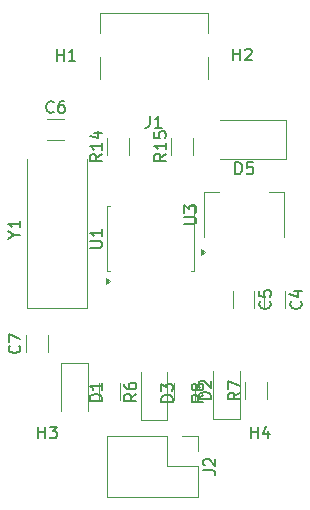
<source format=gbr>
%TF.GenerationSoftware,KiCad,Pcbnew,8.0.0*%
%TF.CreationDate,2026-01-12T19:07:33+05:30*%
%TF.ProjectId,PICKit_Clone_KiCAD,5049434b-6974-45f4-936c-6f6e655f4b69,1.0*%
%TF.SameCoordinates,Original*%
%TF.FileFunction,Legend,Top*%
%TF.FilePolarity,Positive*%
%FSLAX46Y46*%
G04 Gerber Fmt 4.6, Leading zero omitted, Abs format (unit mm)*
G04 Created by KiCad (PCBNEW 8.0.0) date 2026-01-12 19:07:33*
%MOMM*%
%LPD*%
G01*
G04 APERTURE LIST*
%ADD10C,0.150000*%
%ADD11C,0.120000*%
G04 APERTURE END LIST*
D10*
X137523333Y-77089580D02*
X137475714Y-77137200D01*
X137475714Y-77137200D02*
X137332857Y-77184819D01*
X137332857Y-77184819D02*
X137237619Y-77184819D01*
X137237619Y-77184819D02*
X137094762Y-77137200D01*
X137094762Y-77137200D02*
X136999524Y-77041961D01*
X136999524Y-77041961D02*
X136951905Y-76946723D01*
X136951905Y-76946723D02*
X136904286Y-76756247D01*
X136904286Y-76756247D02*
X136904286Y-76613390D01*
X136904286Y-76613390D02*
X136951905Y-76422914D01*
X136951905Y-76422914D02*
X136999524Y-76327676D01*
X136999524Y-76327676D02*
X137094762Y-76232438D01*
X137094762Y-76232438D02*
X137237619Y-76184819D01*
X137237619Y-76184819D02*
X137332857Y-76184819D01*
X137332857Y-76184819D02*
X137475714Y-76232438D01*
X137475714Y-76232438D02*
X137523333Y-76280057D01*
X138380476Y-76184819D02*
X138190000Y-76184819D01*
X138190000Y-76184819D02*
X138094762Y-76232438D01*
X138094762Y-76232438D02*
X138047143Y-76280057D01*
X138047143Y-76280057D02*
X137951905Y-76422914D01*
X137951905Y-76422914D02*
X137904286Y-76613390D01*
X137904286Y-76613390D02*
X137904286Y-76994342D01*
X137904286Y-76994342D02*
X137951905Y-77089580D01*
X137951905Y-77089580D02*
X137999524Y-77137200D01*
X137999524Y-77137200D02*
X138094762Y-77184819D01*
X138094762Y-77184819D02*
X138285238Y-77184819D01*
X138285238Y-77184819D02*
X138380476Y-77137200D01*
X138380476Y-77137200D02*
X138428095Y-77089580D01*
X138428095Y-77089580D02*
X138475714Y-76994342D01*
X138475714Y-76994342D02*
X138475714Y-76756247D01*
X138475714Y-76756247D02*
X138428095Y-76661009D01*
X138428095Y-76661009D02*
X138380476Y-76613390D01*
X138380476Y-76613390D02*
X138285238Y-76565771D01*
X138285238Y-76565771D02*
X138094762Y-76565771D01*
X138094762Y-76565771D02*
X137999524Y-76613390D01*
X137999524Y-76613390D02*
X137951905Y-76661009D01*
X137951905Y-76661009D02*
X137904286Y-76756247D01*
X136238095Y-104754819D02*
X136238095Y-103754819D01*
X136238095Y-104231009D02*
X136809523Y-104231009D01*
X136809523Y-104754819D02*
X136809523Y-103754819D01*
X137190476Y-103754819D02*
X137809523Y-103754819D01*
X137809523Y-103754819D02*
X137476190Y-104135771D01*
X137476190Y-104135771D02*
X137619047Y-104135771D01*
X137619047Y-104135771D02*
X137714285Y-104183390D01*
X137714285Y-104183390D02*
X137761904Y-104231009D01*
X137761904Y-104231009D02*
X137809523Y-104326247D01*
X137809523Y-104326247D02*
X137809523Y-104564342D01*
X137809523Y-104564342D02*
X137761904Y-104659580D01*
X137761904Y-104659580D02*
X137714285Y-104707200D01*
X137714285Y-104707200D02*
X137619047Y-104754819D01*
X137619047Y-104754819D02*
X137333333Y-104754819D01*
X137333333Y-104754819D02*
X137238095Y-104707200D01*
X137238095Y-104707200D02*
X137190476Y-104659580D01*
X150824819Y-101408094D02*
X149824819Y-101408094D01*
X149824819Y-101408094D02*
X149824819Y-101169999D01*
X149824819Y-101169999D02*
X149872438Y-101027142D01*
X149872438Y-101027142D02*
X149967676Y-100931904D01*
X149967676Y-100931904D02*
X150062914Y-100884285D01*
X150062914Y-100884285D02*
X150253390Y-100836666D01*
X150253390Y-100836666D02*
X150396247Y-100836666D01*
X150396247Y-100836666D02*
X150586723Y-100884285D01*
X150586723Y-100884285D02*
X150681961Y-100931904D01*
X150681961Y-100931904D02*
X150777200Y-101027142D01*
X150777200Y-101027142D02*
X150824819Y-101169999D01*
X150824819Y-101169999D02*
X150824819Y-101408094D01*
X149920057Y-100455713D02*
X149872438Y-100408094D01*
X149872438Y-100408094D02*
X149824819Y-100312856D01*
X149824819Y-100312856D02*
X149824819Y-100074761D01*
X149824819Y-100074761D02*
X149872438Y-99979523D01*
X149872438Y-99979523D02*
X149920057Y-99931904D01*
X149920057Y-99931904D02*
X150015295Y-99884285D01*
X150015295Y-99884285D02*
X150110533Y-99884285D01*
X150110533Y-99884285D02*
X150253390Y-99931904D01*
X150253390Y-99931904D02*
X150824819Y-100503332D01*
X150824819Y-100503332D02*
X150824819Y-99884285D01*
X134208628Y-87506190D02*
X134684819Y-87506190D01*
X133684819Y-87839523D02*
X134208628Y-87506190D01*
X134208628Y-87506190D02*
X133684819Y-87172857D01*
X134684819Y-86315714D02*
X134684819Y-86887142D01*
X134684819Y-86601428D02*
X133684819Y-86601428D01*
X133684819Y-86601428D02*
X133827676Y-86696666D01*
X133827676Y-86696666D02*
X133922914Y-86791904D01*
X133922914Y-86791904D02*
X133970533Y-86887142D01*
X152912956Y-82380403D02*
X152912956Y-81380403D01*
X152912956Y-81380403D02*
X153151051Y-81380403D01*
X153151051Y-81380403D02*
X153293908Y-81428022D01*
X153293908Y-81428022D02*
X153389146Y-81523260D01*
X153389146Y-81523260D02*
X153436765Y-81618498D01*
X153436765Y-81618498D02*
X153484384Y-81808974D01*
X153484384Y-81808974D02*
X153484384Y-81951831D01*
X153484384Y-81951831D02*
X153436765Y-82142307D01*
X153436765Y-82142307D02*
X153389146Y-82237545D01*
X153389146Y-82237545D02*
X153293908Y-82332784D01*
X153293908Y-82332784D02*
X153151051Y-82380403D01*
X153151051Y-82380403D02*
X152912956Y-82380403D01*
X154389146Y-81380403D02*
X153912956Y-81380403D01*
X153912956Y-81380403D02*
X153865337Y-81856593D01*
X153865337Y-81856593D02*
X153912956Y-81808974D01*
X153912956Y-81808974D02*
X154008194Y-81761355D01*
X154008194Y-81761355D02*
X154246289Y-81761355D01*
X154246289Y-81761355D02*
X154341527Y-81808974D01*
X154341527Y-81808974D02*
X154389146Y-81856593D01*
X154389146Y-81856593D02*
X154436765Y-81951831D01*
X154436765Y-81951831D02*
X154436765Y-82189926D01*
X154436765Y-82189926D02*
X154389146Y-82285164D01*
X154389146Y-82285164D02*
X154341527Y-82332784D01*
X154341527Y-82332784D02*
X154246289Y-82380403D01*
X154246289Y-82380403D02*
X154008194Y-82380403D01*
X154008194Y-82380403D02*
X153912956Y-82332784D01*
X153912956Y-82332784D02*
X153865337Y-82285164D01*
X153304819Y-100866666D02*
X152828628Y-101199999D01*
X153304819Y-101438094D02*
X152304819Y-101438094D01*
X152304819Y-101438094D02*
X152304819Y-101057142D01*
X152304819Y-101057142D02*
X152352438Y-100961904D01*
X152352438Y-100961904D02*
X152400057Y-100914285D01*
X152400057Y-100914285D02*
X152495295Y-100866666D01*
X152495295Y-100866666D02*
X152638152Y-100866666D01*
X152638152Y-100866666D02*
X152733390Y-100914285D01*
X152733390Y-100914285D02*
X152781009Y-100961904D01*
X152781009Y-100961904D02*
X152828628Y-101057142D01*
X152828628Y-101057142D02*
X152828628Y-101438094D01*
X152304819Y-100533332D02*
X152304819Y-99866666D01*
X152304819Y-99866666D02*
X153304819Y-100295237D01*
X150204819Y-101066666D02*
X149728628Y-101399999D01*
X150204819Y-101638094D02*
X149204819Y-101638094D01*
X149204819Y-101638094D02*
X149204819Y-101257142D01*
X149204819Y-101257142D02*
X149252438Y-101161904D01*
X149252438Y-101161904D02*
X149300057Y-101114285D01*
X149300057Y-101114285D02*
X149395295Y-101066666D01*
X149395295Y-101066666D02*
X149538152Y-101066666D01*
X149538152Y-101066666D02*
X149633390Y-101114285D01*
X149633390Y-101114285D02*
X149681009Y-101161904D01*
X149681009Y-101161904D02*
X149728628Y-101257142D01*
X149728628Y-101257142D02*
X149728628Y-101638094D01*
X149633390Y-100495237D02*
X149585771Y-100590475D01*
X149585771Y-100590475D02*
X149538152Y-100638094D01*
X149538152Y-100638094D02*
X149442914Y-100685713D01*
X149442914Y-100685713D02*
X149395295Y-100685713D01*
X149395295Y-100685713D02*
X149300057Y-100638094D01*
X149300057Y-100638094D02*
X149252438Y-100590475D01*
X149252438Y-100590475D02*
X149204819Y-100495237D01*
X149204819Y-100495237D02*
X149204819Y-100304761D01*
X149204819Y-100304761D02*
X149252438Y-100209523D01*
X149252438Y-100209523D02*
X149300057Y-100161904D01*
X149300057Y-100161904D02*
X149395295Y-100114285D01*
X149395295Y-100114285D02*
X149442914Y-100114285D01*
X149442914Y-100114285D02*
X149538152Y-100161904D01*
X149538152Y-100161904D02*
X149585771Y-100209523D01*
X149585771Y-100209523D02*
X149633390Y-100304761D01*
X149633390Y-100304761D02*
X149633390Y-100495237D01*
X149633390Y-100495237D02*
X149681009Y-100590475D01*
X149681009Y-100590475D02*
X149728628Y-100638094D01*
X149728628Y-100638094D02*
X149823866Y-100685713D01*
X149823866Y-100685713D02*
X150014342Y-100685713D01*
X150014342Y-100685713D02*
X150109580Y-100638094D01*
X150109580Y-100638094D02*
X150157200Y-100590475D01*
X150157200Y-100590475D02*
X150204819Y-100495237D01*
X150204819Y-100495237D02*
X150204819Y-100304761D01*
X150204819Y-100304761D02*
X150157200Y-100209523D01*
X150157200Y-100209523D02*
X150109580Y-100161904D01*
X150109580Y-100161904D02*
X150014342Y-100114285D01*
X150014342Y-100114285D02*
X149823866Y-100114285D01*
X149823866Y-100114285D02*
X149728628Y-100161904D01*
X149728628Y-100161904D02*
X149681009Y-100209523D01*
X149681009Y-100209523D02*
X149633390Y-100304761D01*
X140624818Y-88621904D02*
X141434341Y-88621904D01*
X141434341Y-88621904D02*
X141529579Y-88574285D01*
X141529579Y-88574285D02*
X141577199Y-88526666D01*
X141577199Y-88526666D02*
X141624818Y-88431428D01*
X141624818Y-88431428D02*
X141624818Y-88240952D01*
X141624818Y-88240952D02*
X141577199Y-88145714D01*
X141577199Y-88145714D02*
X141529579Y-88098095D01*
X141529579Y-88098095D02*
X141434341Y-88050476D01*
X141434341Y-88050476D02*
X140624818Y-88050476D01*
X141624818Y-87050476D02*
X141624818Y-87621904D01*
X141624818Y-87336190D02*
X140624818Y-87336190D01*
X140624818Y-87336190D02*
X140767675Y-87431428D01*
X140767675Y-87431428D02*
X140862913Y-87526666D01*
X140862913Y-87526666D02*
X140910532Y-87621904D01*
X147034819Y-80662857D02*
X146558628Y-80996190D01*
X147034819Y-81234285D02*
X146034819Y-81234285D01*
X146034819Y-81234285D02*
X146034819Y-80853333D01*
X146034819Y-80853333D02*
X146082438Y-80758095D01*
X146082438Y-80758095D02*
X146130057Y-80710476D01*
X146130057Y-80710476D02*
X146225295Y-80662857D01*
X146225295Y-80662857D02*
X146368152Y-80662857D01*
X146368152Y-80662857D02*
X146463390Y-80710476D01*
X146463390Y-80710476D02*
X146511009Y-80758095D01*
X146511009Y-80758095D02*
X146558628Y-80853333D01*
X146558628Y-80853333D02*
X146558628Y-81234285D01*
X147034819Y-79710476D02*
X147034819Y-80281904D01*
X147034819Y-79996190D02*
X146034819Y-79996190D01*
X146034819Y-79996190D02*
X146177676Y-80091428D01*
X146177676Y-80091428D02*
X146272914Y-80186666D01*
X146272914Y-80186666D02*
X146320533Y-80281904D01*
X146034819Y-78805714D02*
X146034819Y-79281904D01*
X146034819Y-79281904D02*
X146511009Y-79329523D01*
X146511009Y-79329523D02*
X146463390Y-79281904D01*
X146463390Y-79281904D02*
X146415771Y-79186666D01*
X146415771Y-79186666D02*
X146415771Y-78948571D01*
X146415771Y-78948571D02*
X146463390Y-78853333D01*
X146463390Y-78853333D02*
X146511009Y-78805714D01*
X146511009Y-78805714D02*
X146606247Y-78758095D01*
X146606247Y-78758095D02*
X146844342Y-78758095D01*
X146844342Y-78758095D02*
X146939580Y-78805714D01*
X146939580Y-78805714D02*
X146987200Y-78853333D01*
X146987200Y-78853333D02*
X147034819Y-78948571D01*
X147034819Y-78948571D02*
X147034819Y-79186666D01*
X147034819Y-79186666D02*
X146987200Y-79281904D01*
X146987200Y-79281904D02*
X146939580Y-79329523D01*
X158439580Y-93146665D02*
X158487200Y-93194284D01*
X158487200Y-93194284D02*
X158534819Y-93337141D01*
X158534819Y-93337141D02*
X158534819Y-93432379D01*
X158534819Y-93432379D02*
X158487200Y-93575236D01*
X158487200Y-93575236D02*
X158391961Y-93670474D01*
X158391961Y-93670474D02*
X158296723Y-93718093D01*
X158296723Y-93718093D02*
X158106247Y-93765712D01*
X158106247Y-93765712D02*
X157963390Y-93765712D01*
X157963390Y-93765712D02*
X157772914Y-93718093D01*
X157772914Y-93718093D02*
X157677676Y-93670474D01*
X157677676Y-93670474D02*
X157582438Y-93575236D01*
X157582438Y-93575236D02*
X157534819Y-93432379D01*
X157534819Y-93432379D02*
X157534819Y-93337141D01*
X157534819Y-93337141D02*
X157582438Y-93194284D01*
X157582438Y-93194284D02*
X157630057Y-93146665D01*
X157868152Y-92289522D02*
X158534819Y-92289522D01*
X157487200Y-92527617D02*
X158201485Y-92765712D01*
X158201485Y-92765712D02*
X158201485Y-92146665D01*
X144514819Y-100979165D02*
X144038628Y-101312498D01*
X144514819Y-101550593D02*
X143514819Y-101550593D01*
X143514819Y-101550593D02*
X143514819Y-101169641D01*
X143514819Y-101169641D02*
X143562438Y-101074403D01*
X143562438Y-101074403D02*
X143610057Y-101026784D01*
X143610057Y-101026784D02*
X143705295Y-100979165D01*
X143705295Y-100979165D02*
X143848152Y-100979165D01*
X143848152Y-100979165D02*
X143943390Y-101026784D01*
X143943390Y-101026784D02*
X143991009Y-101074403D01*
X143991009Y-101074403D02*
X144038628Y-101169641D01*
X144038628Y-101169641D02*
X144038628Y-101550593D01*
X143514819Y-100122022D02*
X143514819Y-100312498D01*
X143514819Y-100312498D02*
X143562438Y-100407736D01*
X143562438Y-100407736D02*
X143610057Y-100455355D01*
X143610057Y-100455355D02*
X143752914Y-100550593D01*
X143752914Y-100550593D02*
X143943390Y-100598212D01*
X143943390Y-100598212D02*
X144324342Y-100598212D01*
X144324342Y-100598212D02*
X144419580Y-100550593D01*
X144419580Y-100550593D02*
X144467200Y-100502974D01*
X144467200Y-100502974D02*
X144514819Y-100407736D01*
X144514819Y-100407736D02*
X144514819Y-100217260D01*
X144514819Y-100217260D02*
X144467200Y-100122022D01*
X144467200Y-100122022D02*
X144419580Y-100074403D01*
X144419580Y-100074403D02*
X144324342Y-100026784D01*
X144324342Y-100026784D02*
X144086247Y-100026784D01*
X144086247Y-100026784D02*
X143991009Y-100074403D01*
X143991009Y-100074403D02*
X143943390Y-100122022D01*
X143943390Y-100122022D02*
X143895771Y-100217260D01*
X143895771Y-100217260D02*
X143895771Y-100407736D01*
X143895771Y-100407736D02*
X143943390Y-100502974D01*
X143943390Y-100502974D02*
X143991009Y-100550593D01*
X143991009Y-100550593D02*
X144086247Y-100598212D01*
X154238095Y-104754819D02*
X154238095Y-103754819D01*
X154238095Y-104231009D02*
X154809523Y-104231009D01*
X154809523Y-104754819D02*
X154809523Y-103754819D01*
X155714285Y-104088152D02*
X155714285Y-104754819D01*
X155476190Y-103707200D02*
X155238095Y-104421485D01*
X155238095Y-104421485D02*
X155857142Y-104421485D01*
X148594819Y-86601904D02*
X149404342Y-86601904D01*
X149404342Y-86601904D02*
X149499580Y-86554285D01*
X149499580Y-86554285D02*
X149547200Y-86506666D01*
X149547200Y-86506666D02*
X149594819Y-86411428D01*
X149594819Y-86411428D02*
X149594819Y-86220952D01*
X149594819Y-86220952D02*
X149547200Y-86125714D01*
X149547200Y-86125714D02*
X149499580Y-86078095D01*
X149499580Y-86078095D02*
X149404342Y-86030476D01*
X149404342Y-86030476D02*
X148594819Y-86030476D01*
X148594819Y-85649523D02*
X148594819Y-85030476D01*
X148594819Y-85030476D02*
X148975771Y-85363809D01*
X148975771Y-85363809D02*
X148975771Y-85220952D01*
X148975771Y-85220952D02*
X149023390Y-85125714D01*
X149023390Y-85125714D02*
X149071009Y-85078095D01*
X149071009Y-85078095D02*
X149166247Y-85030476D01*
X149166247Y-85030476D02*
X149404342Y-85030476D01*
X149404342Y-85030476D02*
X149499580Y-85078095D01*
X149499580Y-85078095D02*
X149547200Y-85125714D01*
X149547200Y-85125714D02*
X149594819Y-85220952D01*
X149594819Y-85220952D02*
X149594819Y-85506666D01*
X149594819Y-85506666D02*
X149547200Y-85601904D01*
X149547200Y-85601904D02*
X149499580Y-85649523D01*
X145666666Y-77454821D02*
X145666666Y-78169106D01*
X145666666Y-78169106D02*
X145619047Y-78311963D01*
X145619047Y-78311963D02*
X145523809Y-78407202D01*
X145523809Y-78407202D02*
X145380952Y-78454821D01*
X145380952Y-78454821D02*
X145285714Y-78454821D01*
X146666666Y-78454821D02*
X146095238Y-78454821D01*
X146380952Y-78454821D02*
X146380952Y-77454821D01*
X146380952Y-77454821D02*
X146285714Y-77597678D01*
X146285714Y-77597678D02*
X146190476Y-77692916D01*
X146190476Y-77692916D02*
X146095238Y-77740535D01*
X141624819Y-80692857D02*
X141148628Y-81026190D01*
X141624819Y-81264285D02*
X140624819Y-81264285D01*
X140624819Y-81264285D02*
X140624819Y-80883333D01*
X140624819Y-80883333D02*
X140672438Y-80788095D01*
X140672438Y-80788095D02*
X140720057Y-80740476D01*
X140720057Y-80740476D02*
X140815295Y-80692857D01*
X140815295Y-80692857D02*
X140958152Y-80692857D01*
X140958152Y-80692857D02*
X141053390Y-80740476D01*
X141053390Y-80740476D02*
X141101009Y-80788095D01*
X141101009Y-80788095D02*
X141148628Y-80883333D01*
X141148628Y-80883333D02*
X141148628Y-81264285D01*
X141624819Y-79740476D02*
X141624819Y-80311904D01*
X141624819Y-80026190D02*
X140624819Y-80026190D01*
X140624819Y-80026190D02*
X140767676Y-80121428D01*
X140767676Y-80121428D02*
X140862914Y-80216666D01*
X140862914Y-80216666D02*
X140910533Y-80311904D01*
X140958152Y-78883333D02*
X141624819Y-78883333D01*
X140577200Y-79121428D02*
X141291485Y-79359523D01*
X141291485Y-79359523D02*
X141291485Y-78740476D01*
X152738095Y-72754819D02*
X152738095Y-71754819D01*
X152738095Y-72231009D02*
X153309523Y-72231009D01*
X153309523Y-72754819D02*
X153309523Y-71754819D01*
X153738095Y-71850057D02*
X153785714Y-71802438D01*
X153785714Y-71802438D02*
X153880952Y-71754819D01*
X153880952Y-71754819D02*
X154119047Y-71754819D01*
X154119047Y-71754819D02*
X154214285Y-71802438D01*
X154214285Y-71802438D02*
X154261904Y-71850057D01*
X154261904Y-71850057D02*
X154309523Y-71945295D01*
X154309523Y-71945295D02*
X154309523Y-72040533D01*
X154309523Y-72040533D02*
X154261904Y-72183390D01*
X154261904Y-72183390D02*
X153690476Y-72754819D01*
X153690476Y-72754819D02*
X154309523Y-72754819D01*
X150209819Y-107458332D02*
X150924104Y-107458332D01*
X150924104Y-107458332D02*
X151066961Y-107505951D01*
X151066961Y-107505951D02*
X151162200Y-107601189D01*
X151162200Y-107601189D02*
X151209819Y-107744046D01*
X151209819Y-107744046D02*
X151209819Y-107839284D01*
X150305057Y-107029760D02*
X150257438Y-106982141D01*
X150257438Y-106982141D02*
X150209819Y-106886903D01*
X150209819Y-106886903D02*
X150209819Y-106648808D01*
X150209819Y-106648808D02*
X150257438Y-106553570D01*
X150257438Y-106553570D02*
X150305057Y-106505951D01*
X150305057Y-106505951D02*
X150400295Y-106458332D01*
X150400295Y-106458332D02*
X150495533Y-106458332D01*
X150495533Y-106458332D02*
X150638390Y-106505951D01*
X150638390Y-106505951D02*
X151209819Y-107077379D01*
X151209819Y-107077379D02*
X151209819Y-106458332D01*
X147624819Y-101628094D02*
X146624819Y-101628094D01*
X146624819Y-101628094D02*
X146624819Y-101389999D01*
X146624819Y-101389999D02*
X146672438Y-101247142D01*
X146672438Y-101247142D02*
X146767676Y-101151904D01*
X146767676Y-101151904D02*
X146862914Y-101104285D01*
X146862914Y-101104285D02*
X147053390Y-101056666D01*
X147053390Y-101056666D02*
X147196247Y-101056666D01*
X147196247Y-101056666D02*
X147386723Y-101104285D01*
X147386723Y-101104285D02*
X147481961Y-101151904D01*
X147481961Y-101151904D02*
X147577200Y-101247142D01*
X147577200Y-101247142D02*
X147624819Y-101389999D01*
X147624819Y-101389999D02*
X147624819Y-101628094D01*
X146624819Y-100723332D02*
X146624819Y-100104285D01*
X146624819Y-100104285D02*
X147005771Y-100437618D01*
X147005771Y-100437618D02*
X147005771Y-100294761D01*
X147005771Y-100294761D02*
X147053390Y-100199523D01*
X147053390Y-100199523D02*
X147101009Y-100151904D01*
X147101009Y-100151904D02*
X147196247Y-100104285D01*
X147196247Y-100104285D02*
X147434342Y-100104285D01*
X147434342Y-100104285D02*
X147529580Y-100151904D01*
X147529580Y-100151904D02*
X147577200Y-100199523D01*
X147577200Y-100199523D02*
X147624819Y-100294761D01*
X147624819Y-100294761D02*
X147624819Y-100580475D01*
X147624819Y-100580475D02*
X147577200Y-100675713D01*
X147577200Y-100675713D02*
X147529580Y-100723332D01*
X141584820Y-101573093D02*
X140584820Y-101573093D01*
X140584820Y-101573093D02*
X140584820Y-101334998D01*
X140584820Y-101334998D02*
X140632439Y-101192141D01*
X140632439Y-101192141D02*
X140727677Y-101096903D01*
X140727677Y-101096903D02*
X140822915Y-101049284D01*
X140822915Y-101049284D02*
X141013391Y-101001665D01*
X141013391Y-101001665D02*
X141156248Y-101001665D01*
X141156248Y-101001665D02*
X141346724Y-101049284D01*
X141346724Y-101049284D02*
X141441962Y-101096903D01*
X141441962Y-101096903D02*
X141537201Y-101192141D01*
X141537201Y-101192141D02*
X141584820Y-101334998D01*
X141584820Y-101334998D02*
X141584820Y-101573093D01*
X141584820Y-100049284D02*
X141584820Y-100620712D01*
X141584820Y-100334998D02*
X140584820Y-100334998D01*
X140584820Y-100334998D02*
X140727677Y-100430236D01*
X140727677Y-100430236D02*
X140822915Y-100525474D01*
X140822915Y-100525474D02*
X140870534Y-100620712D01*
X137798095Y-72784819D02*
X137798095Y-71784819D01*
X137798095Y-72261009D02*
X138369523Y-72261009D01*
X138369523Y-72784819D02*
X138369523Y-71784819D01*
X139369523Y-72784819D02*
X138798095Y-72784819D01*
X139083809Y-72784819D02*
X139083809Y-71784819D01*
X139083809Y-71784819D02*
X138988571Y-71927676D01*
X138988571Y-71927676D02*
X138893333Y-72022914D01*
X138893333Y-72022914D02*
X138798095Y-72070533D01*
X155829582Y-93149168D02*
X155877202Y-93196787D01*
X155877202Y-93196787D02*
X155924821Y-93339644D01*
X155924821Y-93339644D02*
X155924821Y-93434882D01*
X155924821Y-93434882D02*
X155877202Y-93577739D01*
X155877202Y-93577739D02*
X155781963Y-93672977D01*
X155781963Y-93672977D02*
X155686725Y-93720596D01*
X155686725Y-93720596D02*
X155496249Y-93768215D01*
X155496249Y-93768215D02*
X155353392Y-93768215D01*
X155353392Y-93768215D02*
X155162916Y-93720596D01*
X155162916Y-93720596D02*
X155067678Y-93672977D01*
X155067678Y-93672977D02*
X154972440Y-93577739D01*
X154972440Y-93577739D02*
X154924821Y-93434882D01*
X154924821Y-93434882D02*
X154924821Y-93339644D01*
X154924821Y-93339644D02*
X154972440Y-93196787D01*
X154972440Y-93196787D02*
X155020059Y-93149168D01*
X154924821Y-92244406D02*
X154924821Y-92720596D01*
X154924821Y-92720596D02*
X155401011Y-92768215D01*
X155401011Y-92768215D02*
X155353392Y-92720596D01*
X155353392Y-92720596D02*
X155305773Y-92625358D01*
X155305773Y-92625358D02*
X155305773Y-92387263D01*
X155305773Y-92387263D02*
X155353392Y-92292025D01*
X155353392Y-92292025D02*
X155401011Y-92244406D01*
X155401011Y-92244406D02*
X155496249Y-92196787D01*
X155496249Y-92196787D02*
X155734344Y-92196787D01*
X155734344Y-92196787D02*
X155829582Y-92244406D01*
X155829582Y-92244406D02*
X155877202Y-92292025D01*
X155877202Y-92292025D02*
X155924821Y-92387263D01*
X155924821Y-92387263D02*
X155924821Y-92625358D01*
X155924821Y-92625358D02*
X155877202Y-92720596D01*
X155877202Y-92720596D02*
X155829582Y-92768215D01*
X134619579Y-96886667D02*
X134667199Y-96934286D01*
X134667199Y-96934286D02*
X134714818Y-97077143D01*
X134714818Y-97077143D02*
X134714818Y-97172381D01*
X134714818Y-97172381D02*
X134667199Y-97315238D01*
X134667199Y-97315238D02*
X134571960Y-97410476D01*
X134571960Y-97410476D02*
X134476722Y-97458095D01*
X134476722Y-97458095D02*
X134286246Y-97505714D01*
X134286246Y-97505714D02*
X134143389Y-97505714D01*
X134143389Y-97505714D02*
X133952913Y-97458095D01*
X133952913Y-97458095D02*
X133857675Y-97410476D01*
X133857675Y-97410476D02*
X133762437Y-97315238D01*
X133762437Y-97315238D02*
X133714818Y-97172381D01*
X133714818Y-97172381D02*
X133714818Y-97077143D01*
X133714818Y-97077143D02*
X133762437Y-96934286D01*
X133762437Y-96934286D02*
X133810056Y-96886667D01*
X133714818Y-96553333D02*
X133714818Y-95886667D01*
X133714818Y-95886667D02*
X134714818Y-96315238D01*
D11*
%TO.C,C6*%
X136978748Y-77670000D02*
X138401252Y-77670000D01*
X136978748Y-79490000D02*
X138401252Y-79490000D01*
%TO.C,D2*%
X151055000Y-99070000D02*
X151055000Y-103129999D01*
X151055000Y-103129999D02*
X153325000Y-103130000D01*
X153325000Y-103130000D02*
X153324998Y-99069999D01*
%TO.C,Y1*%
X135229999Y-81129999D02*
X135230001Y-93730000D01*
X135230001Y-93730000D02*
X140329999Y-93729999D01*
X140329999Y-93729999D02*
X140329999Y-81129999D01*
%TO.C,D5*%
X157161048Y-77775586D02*
X151651050Y-77775584D01*
X157161050Y-81075585D02*
X151651049Y-81075584D01*
X157161050Y-81075585D02*
X157161048Y-77775586D01*
%TO.C,R7*%
X153760001Y-101427064D02*
X153759999Y-99972935D01*
X155580001Y-101427065D02*
X155579999Y-99972936D01*
%TO.C,R8*%
X147690001Y-101497064D02*
X147689999Y-100042935D01*
X149510001Y-101497065D02*
X149509999Y-100042936D01*
%TO.C,U1*%
X142010000Y-85100000D02*
X142284999Y-85099999D01*
X142010000Y-87860000D02*
X142010000Y-85100000D01*
X142010000Y-87860000D02*
X142010000Y-90620000D01*
X142010000Y-90620000D02*
X142284999Y-90619999D01*
X149430000Y-85100000D02*
X149155001Y-85100001D01*
X149430000Y-87860000D02*
X149430000Y-85100000D01*
X149430000Y-87860000D02*
X149430000Y-90620000D01*
X149430000Y-90620000D02*
X149155001Y-90620001D01*
X142285000Y-91410000D02*
X141954999Y-91650001D01*
X141955001Y-91170000D01*
X142285000Y-91410000D01*
G36*
X142285000Y-91410000D02*
G01*
X141954999Y-91650001D01*
X141955001Y-91170000D01*
X142285000Y-91410000D01*
G37*
%TO.C,R15*%
X147490001Y-80747064D02*
X147490000Y-79292934D01*
X149310000Y-80747066D02*
X149309999Y-79292936D01*
%TO.C,C4*%
X155320000Y-92268748D02*
X155320000Y-93691252D01*
X157140000Y-92268748D02*
X157140000Y-93691252D01*
%TO.C,R6*%
X141330000Y-100085433D02*
X141330001Y-101539563D01*
X143149999Y-100085435D02*
X143150000Y-101539565D01*
%TO.C,U3*%
X150229999Y-87690000D02*
X150230000Y-83930001D01*
X150230000Y-83930001D02*
X151490000Y-83930000D01*
X157050001Y-87690000D02*
X157050002Y-83930000D01*
X157050002Y-83930000D02*
X155789999Y-83930001D01*
X150330000Y-88970000D02*
X150000001Y-89209998D01*
X150000002Y-88730001D01*
X150330000Y-88970000D01*
G36*
X150330000Y-88970000D02*
G01*
X150000001Y-89209998D01*
X150000002Y-88730001D01*
X150330000Y-88970000D01*
G37*
%TO.C,J1*%
X141419998Y-72430000D02*
X141419999Y-74350002D01*
X141420000Y-68715000D02*
X150580000Y-68715000D01*
X141420000Y-70420001D02*
X141420000Y-68715000D01*
X150580000Y-68715000D02*
X150580000Y-70420000D01*
X150580002Y-74349999D02*
X150580001Y-72429998D01*
%TO.C,R14*%
X142080001Y-80777064D02*
X142079997Y-79322934D01*
X143900003Y-80777066D02*
X143899999Y-79322936D01*
%TO.C,J2*%
X142015000Y-104525000D02*
X142015002Y-109725000D01*
X147155000Y-104525002D02*
X142015000Y-104525000D01*
X147155000Y-104525002D02*
X147155001Y-107125000D01*
X147155001Y-107125000D02*
X149755002Y-107125001D01*
X148425001Y-104524998D02*
X149755000Y-104525000D01*
X149755000Y-104525000D02*
X149755002Y-105855001D01*
X149755000Y-109724999D02*
X142015002Y-109725000D01*
X149755002Y-107125001D02*
X149755000Y-109724999D01*
%TO.C,D3*%
X144885000Y-99160000D02*
X144885000Y-103219999D01*
X144885000Y-103219999D02*
X147155000Y-103220000D01*
X147155000Y-103220000D02*
X147154998Y-99159999D01*
%TO.C,D1*%
X138175000Y-98375000D02*
X138175001Y-102434999D01*
X140444999Y-102435000D02*
X140445001Y-98374999D01*
X140445001Y-98374999D02*
X138175000Y-98375000D01*
%TO.C,C5*%
X152710001Y-92271249D02*
X152710001Y-93693753D01*
X154530001Y-92271249D02*
X154530001Y-93693753D01*
%TO.C,C7*%
X135200000Y-97431252D02*
X135200000Y-96008748D01*
X137020000Y-97431252D02*
X137020000Y-96008748D01*
%TD*%
M02*

</source>
